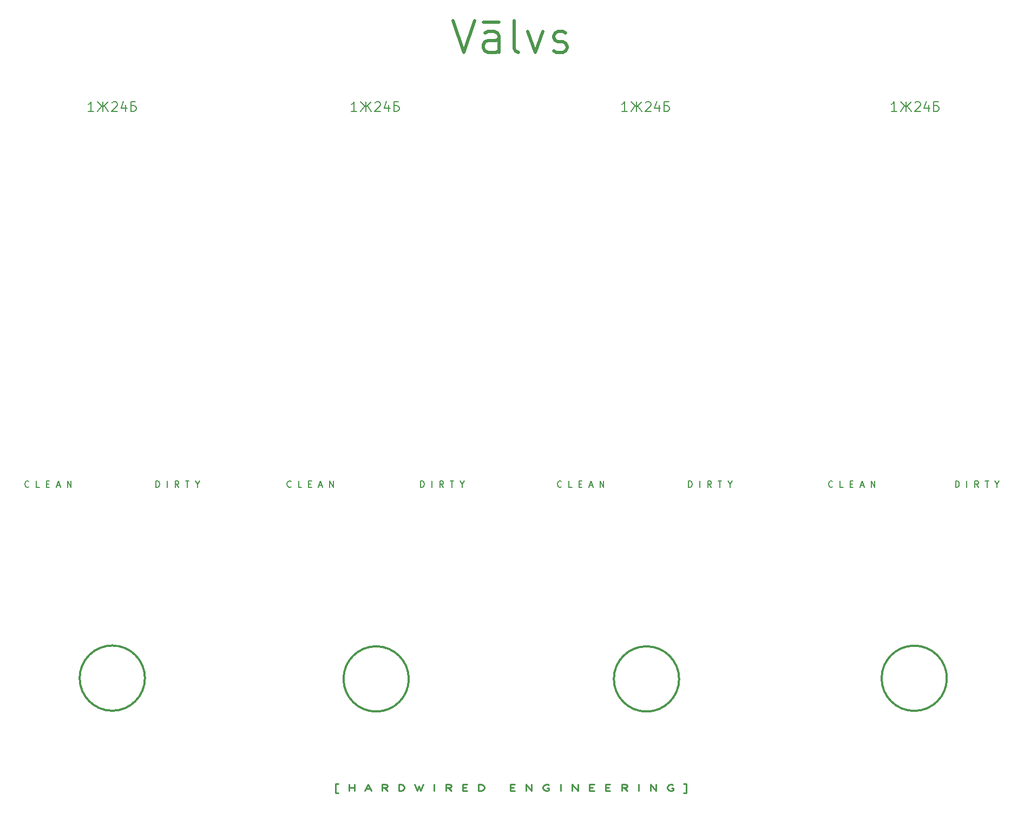
<source format=gts>
%TF.GenerationSoftware,KiCad,Pcbnew,(5.1.6-0-10_14)*%
%TF.CreationDate,2022-01-25T08:39:06+00:00*%
%TF.ProjectId,Quad Tube VCA Panel,51756164-2054-4756-9265-205643412050,rev?*%
%TF.SameCoordinates,Original*%
%TF.FileFunction,Soldermask,Top*%
%TF.FilePolarity,Negative*%
%FSLAX46Y46*%
G04 Gerber Fmt 4.6, Leading zero omitted, Abs format (unit mm)*
G04 Created by KiCad (PCBNEW (5.1.6-0-10_14)) date 2022-01-25 08:39:06*
%MOMM*%
%LPD*%
G01*
G04 APERTURE LIST*
%ADD10C,0.300000*%
%ADD11C,0.500000*%
%ADD12C,0.150000*%
%ADD13C,0.250000*%
%ADD14C,0.200000*%
G04 APERTURE END LIST*
D10*
X156210000Y-168275000D02*
G75*
G03*
X156210000Y-168275000I-5105337J0D01*
G01*
X114325337Y-168376663D02*
G75*
G03*
X114325337Y-168376663I-5105337J0D01*
G01*
X72034337Y-168376663D02*
G75*
G03*
X72034337Y-168376663I-5105337J0D01*
G01*
X30759337Y-168249663D02*
G75*
G03*
X30759337Y-168249663I-5105337J0D01*
G01*
D11*
X78971333Y-65333904D02*
X80638000Y-70333904D01*
X82304666Y-65333904D01*
X86114190Y-70333904D02*
X86114190Y-67714857D01*
X85876095Y-67238666D01*
X85399904Y-67000571D01*
X84447523Y-67000571D01*
X83971333Y-67238666D01*
X86114190Y-70095809D02*
X85638000Y-70333904D01*
X84447523Y-70333904D01*
X83971333Y-70095809D01*
X83733238Y-69619619D01*
X83733238Y-69143428D01*
X83971333Y-68667238D01*
X84447523Y-68429142D01*
X85638000Y-68429142D01*
X86114190Y-68191047D01*
X83733238Y-65572000D02*
X86114190Y-65572000D01*
X89209428Y-70333904D02*
X88733238Y-70095809D01*
X88495142Y-69619619D01*
X88495142Y-65333904D01*
X90638000Y-67000571D02*
X91828476Y-70333904D01*
X93018952Y-67000571D01*
X94685619Y-70095809D02*
X95161809Y-70333904D01*
X96114190Y-70333904D01*
X96590380Y-70095809D01*
X96828476Y-69619619D01*
X96828476Y-69381523D01*
X96590380Y-68905333D01*
X96114190Y-68667238D01*
X95399904Y-68667238D01*
X94923714Y-68429142D01*
X94685619Y-67952952D01*
X94685619Y-67714857D01*
X94923714Y-67238666D01*
X95399904Y-67000571D01*
X96114190Y-67000571D01*
X96590380Y-67238666D01*
D12*
X12597190Y-138279142D02*
X12549571Y-138326761D01*
X12406714Y-138374380D01*
X12311476Y-138374380D01*
X12168619Y-138326761D01*
X12073380Y-138231523D01*
X12025761Y-138136285D01*
X11978142Y-137945809D01*
X11978142Y-137802952D01*
X12025761Y-137612476D01*
X12073380Y-137517238D01*
X12168619Y-137422000D01*
X12311476Y-137374380D01*
X12406714Y-137374380D01*
X12549571Y-137422000D01*
X12597190Y-137469619D01*
X14263857Y-138374380D02*
X13787666Y-138374380D01*
X13787666Y-137374380D01*
X15359095Y-137850571D02*
X15692428Y-137850571D01*
X15835285Y-138374380D02*
X15359095Y-138374380D01*
X15359095Y-137374380D01*
X15835285Y-137374380D01*
X16978142Y-138088666D02*
X17454333Y-138088666D01*
X16882904Y-138374380D02*
X17216238Y-137374380D01*
X17549571Y-138374380D01*
X18644809Y-138374380D02*
X18644809Y-137374380D01*
X19216238Y-138374380D01*
X19216238Y-137374380D01*
X32480666Y-138374380D02*
X32480666Y-137374380D01*
X32718761Y-137374380D01*
X32861619Y-137422000D01*
X32956857Y-137517238D01*
X33004476Y-137612476D01*
X33052095Y-137802952D01*
X33052095Y-137945809D01*
X33004476Y-138136285D01*
X32956857Y-138231523D01*
X32861619Y-138326761D01*
X32718761Y-138374380D01*
X32480666Y-138374380D01*
X34242571Y-138374380D02*
X34242571Y-137374380D01*
X36052095Y-138374380D02*
X35718761Y-137898190D01*
X35480666Y-138374380D02*
X35480666Y-137374380D01*
X35861619Y-137374380D01*
X35956857Y-137422000D01*
X36004476Y-137469619D01*
X36052095Y-137564857D01*
X36052095Y-137707714D01*
X36004476Y-137802952D01*
X35956857Y-137850571D01*
X35861619Y-137898190D01*
X35480666Y-137898190D01*
X37099714Y-137374380D02*
X37671142Y-137374380D01*
X37385428Y-138374380D02*
X37385428Y-137374380D01*
X38956857Y-137898190D02*
X38956857Y-138374380D01*
X38623523Y-137374380D02*
X38956857Y-137898190D01*
X39290190Y-137374380D01*
X53618190Y-138279142D02*
X53570571Y-138326761D01*
X53427714Y-138374380D01*
X53332476Y-138374380D01*
X53189619Y-138326761D01*
X53094380Y-138231523D01*
X53046761Y-138136285D01*
X52999142Y-137945809D01*
X52999142Y-137802952D01*
X53046761Y-137612476D01*
X53094380Y-137517238D01*
X53189619Y-137422000D01*
X53332476Y-137374380D01*
X53427714Y-137374380D01*
X53570571Y-137422000D01*
X53618190Y-137469619D01*
X55284857Y-138374380D02*
X54808666Y-138374380D01*
X54808666Y-137374380D01*
X56380095Y-137850571D02*
X56713428Y-137850571D01*
X56856285Y-138374380D02*
X56380095Y-138374380D01*
X56380095Y-137374380D01*
X56856285Y-137374380D01*
X57999142Y-138088666D02*
X58475333Y-138088666D01*
X57903904Y-138374380D02*
X58237238Y-137374380D01*
X58570571Y-138374380D01*
X59665809Y-138374380D02*
X59665809Y-137374380D01*
X60237238Y-138374380D01*
X60237238Y-137374380D01*
X73882666Y-138374380D02*
X73882666Y-137374380D01*
X74120761Y-137374380D01*
X74263619Y-137422000D01*
X74358857Y-137517238D01*
X74406476Y-137612476D01*
X74454095Y-137802952D01*
X74454095Y-137945809D01*
X74406476Y-138136285D01*
X74358857Y-138231523D01*
X74263619Y-138326761D01*
X74120761Y-138374380D01*
X73882666Y-138374380D01*
X75644571Y-138374380D02*
X75644571Y-137374380D01*
X77454095Y-138374380D02*
X77120761Y-137898190D01*
X76882666Y-138374380D02*
X76882666Y-137374380D01*
X77263619Y-137374380D01*
X77358857Y-137422000D01*
X77406476Y-137469619D01*
X77454095Y-137564857D01*
X77454095Y-137707714D01*
X77406476Y-137802952D01*
X77358857Y-137850571D01*
X77263619Y-137898190D01*
X76882666Y-137898190D01*
X78501714Y-137374380D02*
X79073142Y-137374380D01*
X78787428Y-138374380D02*
X78787428Y-137374380D01*
X80358857Y-137898190D02*
X80358857Y-138374380D01*
X80025523Y-137374380D02*
X80358857Y-137898190D01*
X80692190Y-137374380D01*
X95909190Y-138279142D02*
X95861571Y-138326761D01*
X95718714Y-138374380D01*
X95623476Y-138374380D01*
X95480619Y-138326761D01*
X95385380Y-138231523D01*
X95337761Y-138136285D01*
X95290142Y-137945809D01*
X95290142Y-137802952D01*
X95337761Y-137612476D01*
X95385380Y-137517238D01*
X95480619Y-137422000D01*
X95623476Y-137374380D01*
X95718714Y-137374380D01*
X95861571Y-137422000D01*
X95909190Y-137469619D01*
X97575857Y-138374380D02*
X97099666Y-138374380D01*
X97099666Y-137374380D01*
X98671095Y-137850571D02*
X99004428Y-137850571D01*
X99147285Y-138374380D02*
X98671095Y-138374380D01*
X98671095Y-137374380D01*
X99147285Y-137374380D01*
X100290142Y-138088666D02*
X100766333Y-138088666D01*
X100194904Y-138374380D02*
X100528238Y-137374380D01*
X100861571Y-138374380D01*
X101956809Y-138374380D02*
X101956809Y-137374380D01*
X102528238Y-138374380D01*
X102528238Y-137374380D01*
X115792666Y-138374380D02*
X115792666Y-137374380D01*
X116030761Y-137374380D01*
X116173619Y-137422000D01*
X116268857Y-137517238D01*
X116316476Y-137612476D01*
X116364095Y-137802952D01*
X116364095Y-137945809D01*
X116316476Y-138136285D01*
X116268857Y-138231523D01*
X116173619Y-138326761D01*
X116030761Y-138374380D01*
X115792666Y-138374380D01*
X117554571Y-138374380D02*
X117554571Y-137374380D01*
X119364095Y-138374380D02*
X119030761Y-137898190D01*
X118792666Y-138374380D02*
X118792666Y-137374380D01*
X119173619Y-137374380D01*
X119268857Y-137422000D01*
X119316476Y-137469619D01*
X119364095Y-137564857D01*
X119364095Y-137707714D01*
X119316476Y-137802952D01*
X119268857Y-137850571D01*
X119173619Y-137898190D01*
X118792666Y-137898190D01*
X120411714Y-137374380D02*
X120983142Y-137374380D01*
X120697428Y-138374380D02*
X120697428Y-137374380D01*
X122268857Y-137898190D02*
X122268857Y-138374380D01*
X121935523Y-137374380D02*
X122268857Y-137898190D01*
X122602190Y-137374380D01*
X138327190Y-138279142D02*
X138279571Y-138326761D01*
X138136714Y-138374380D01*
X138041476Y-138374380D01*
X137898619Y-138326761D01*
X137803380Y-138231523D01*
X137755761Y-138136285D01*
X137708142Y-137945809D01*
X137708142Y-137802952D01*
X137755761Y-137612476D01*
X137803380Y-137517238D01*
X137898619Y-137422000D01*
X138041476Y-137374380D01*
X138136714Y-137374380D01*
X138279571Y-137422000D01*
X138327190Y-137469619D01*
X139993857Y-138374380D02*
X139517666Y-138374380D01*
X139517666Y-137374380D01*
X141089095Y-137850571D02*
X141422428Y-137850571D01*
X141565285Y-138374380D02*
X141089095Y-138374380D01*
X141089095Y-137374380D01*
X141565285Y-137374380D01*
X142708142Y-138088666D02*
X143184333Y-138088666D01*
X142612904Y-138374380D02*
X142946238Y-137374380D01*
X143279571Y-138374380D01*
X144374809Y-138374380D02*
X144374809Y-137374380D01*
X144946238Y-138374380D01*
X144946238Y-137374380D01*
X157575666Y-138374380D02*
X157575666Y-137374380D01*
X157813761Y-137374380D01*
X157956619Y-137422000D01*
X158051857Y-137517238D01*
X158099476Y-137612476D01*
X158147095Y-137802952D01*
X158147095Y-137945809D01*
X158099476Y-138136285D01*
X158051857Y-138231523D01*
X157956619Y-138326761D01*
X157813761Y-138374380D01*
X157575666Y-138374380D01*
X159337571Y-138374380D02*
X159337571Y-137374380D01*
X161147095Y-138374380D02*
X160813761Y-137898190D01*
X160575666Y-138374380D02*
X160575666Y-137374380D01*
X160956619Y-137374380D01*
X161051857Y-137422000D01*
X161099476Y-137469619D01*
X161147095Y-137564857D01*
X161147095Y-137707714D01*
X161099476Y-137802952D01*
X161051857Y-137850571D01*
X160956619Y-137898190D01*
X160575666Y-137898190D01*
X162194714Y-137374380D02*
X162766142Y-137374380D01*
X162480428Y-138374380D02*
X162480428Y-137374380D01*
X164051857Y-137898190D02*
X164051857Y-138374380D01*
X163718523Y-137374380D02*
X164051857Y-137898190D01*
X164385190Y-137374380D01*
D13*
X60975285Y-186205714D02*
X60618142Y-186205714D01*
X60618142Y-184777142D01*
X60975285Y-184777142D01*
X62689571Y-185872380D02*
X62689571Y-184872380D01*
X62689571Y-185348571D02*
X63546714Y-185348571D01*
X63546714Y-185872380D02*
X63546714Y-184872380D01*
X65332428Y-185586666D02*
X66046714Y-185586666D01*
X65189571Y-185872380D02*
X65689571Y-184872380D01*
X66189571Y-185872380D01*
X68689571Y-185872380D02*
X68189571Y-185396190D01*
X67832428Y-185872380D02*
X67832428Y-184872380D01*
X68403857Y-184872380D01*
X68546714Y-184920000D01*
X68618142Y-184967619D01*
X68689571Y-185062857D01*
X68689571Y-185205714D01*
X68618142Y-185300952D01*
X68546714Y-185348571D01*
X68403857Y-185396190D01*
X67832428Y-185396190D01*
X70475285Y-185872380D02*
X70475285Y-184872380D01*
X70832428Y-184872380D01*
X71046714Y-184920000D01*
X71189571Y-185015238D01*
X71261000Y-185110476D01*
X71332428Y-185300952D01*
X71332428Y-185443809D01*
X71261000Y-185634285D01*
X71189571Y-185729523D01*
X71046714Y-185824761D01*
X70832428Y-185872380D01*
X70475285Y-185872380D01*
X72975285Y-184872380D02*
X73332428Y-185872380D01*
X73618142Y-185158095D01*
X73903857Y-185872380D01*
X74261000Y-184872380D01*
X75975285Y-185872380D02*
X75975285Y-184872380D01*
X78689571Y-185872380D02*
X78189571Y-185396190D01*
X77832428Y-185872380D02*
X77832428Y-184872380D01*
X78403857Y-184872380D01*
X78546714Y-184920000D01*
X78618142Y-184967619D01*
X78689571Y-185062857D01*
X78689571Y-185205714D01*
X78618142Y-185300952D01*
X78546714Y-185348571D01*
X78403857Y-185396190D01*
X77832428Y-185396190D01*
X80475285Y-185348571D02*
X80975285Y-185348571D01*
X81189571Y-185872380D02*
X80475285Y-185872380D01*
X80475285Y-184872380D01*
X81189571Y-184872380D01*
X82975285Y-185872380D02*
X82975285Y-184872380D01*
X83332428Y-184872380D01*
X83546714Y-184920000D01*
X83689571Y-185015238D01*
X83761000Y-185110476D01*
X83832428Y-185300952D01*
X83832428Y-185443809D01*
X83761000Y-185634285D01*
X83689571Y-185729523D01*
X83546714Y-185824761D01*
X83332428Y-185872380D01*
X82975285Y-185872380D01*
X87903857Y-185348571D02*
X88403857Y-185348571D01*
X88618142Y-185872380D02*
X87903857Y-185872380D01*
X87903857Y-184872380D01*
X88618142Y-184872380D01*
X90403857Y-185872380D02*
X90403857Y-184872380D01*
X91261000Y-185872380D01*
X91261000Y-184872380D01*
X93903857Y-184920000D02*
X93761000Y-184872380D01*
X93546714Y-184872380D01*
X93332428Y-184920000D01*
X93189571Y-185015238D01*
X93118142Y-185110476D01*
X93046714Y-185300952D01*
X93046714Y-185443809D01*
X93118142Y-185634285D01*
X93189571Y-185729523D01*
X93332428Y-185824761D01*
X93546714Y-185872380D01*
X93689571Y-185872380D01*
X93903857Y-185824761D01*
X93975285Y-185777142D01*
X93975285Y-185443809D01*
X93689571Y-185443809D01*
X95761000Y-185872380D02*
X95761000Y-184872380D01*
X97618142Y-185872380D02*
X97618142Y-184872380D01*
X98475285Y-185872380D01*
X98475285Y-184872380D01*
X100332428Y-185348571D02*
X100832428Y-185348571D01*
X101046714Y-185872380D02*
X100332428Y-185872380D01*
X100332428Y-184872380D01*
X101046714Y-184872380D01*
X102832428Y-185348571D02*
X103332428Y-185348571D01*
X103546714Y-185872380D02*
X102832428Y-185872380D01*
X102832428Y-184872380D01*
X103546714Y-184872380D01*
X106189571Y-185872380D02*
X105689571Y-185396190D01*
X105332428Y-185872380D02*
X105332428Y-184872380D01*
X105903857Y-184872380D01*
X106046714Y-184920000D01*
X106118142Y-184967619D01*
X106189571Y-185062857D01*
X106189571Y-185205714D01*
X106118142Y-185300952D01*
X106046714Y-185348571D01*
X105903857Y-185396190D01*
X105332428Y-185396190D01*
X107975285Y-185872380D02*
X107975285Y-184872380D01*
X109832428Y-185872380D02*
X109832428Y-184872380D01*
X110689571Y-185872380D01*
X110689571Y-184872380D01*
X113332428Y-184920000D02*
X113189571Y-184872380D01*
X112975285Y-184872380D01*
X112761000Y-184920000D01*
X112618142Y-185015238D01*
X112546714Y-185110476D01*
X112475285Y-185300952D01*
X112475285Y-185443809D01*
X112546714Y-185634285D01*
X112618142Y-185729523D01*
X112761000Y-185824761D01*
X112975285Y-185872380D01*
X113118142Y-185872380D01*
X113332428Y-185824761D01*
X113403857Y-185777142D01*
X113403857Y-185443809D01*
X113118142Y-185443809D01*
X115046714Y-186205714D02*
X115403857Y-186205714D01*
X115403857Y-184777142D01*
X115046714Y-184777142D01*
D14*
X22761142Y-79545571D02*
X21904000Y-79545571D01*
X22332571Y-79545571D02*
X22332571Y-78045571D01*
X22189714Y-78259857D01*
X22046857Y-78402714D01*
X21904000Y-78474142D01*
X23975428Y-78688428D02*
X23332571Y-79545571D01*
X24189714Y-79545571D02*
X24189714Y-78045571D01*
X24189714Y-78902714D02*
X23332571Y-78045571D01*
X25046857Y-79545571D02*
X24404000Y-78688428D01*
X25046857Y-78045571D02*
X24189714Y-78902714D01*
X25618285Y-78188428D02*
X25689714Y-78117000D01*
X25832571Y-78045571D01*
X26189714Y-78045571D01*
X26332571Y-78117000D01*
X26404000Y-78188428D01*
X26475428Y-78331285D01*
X26475428Y-78474142D01*
X26404000Y-78688428D01*
X25546857Y-79545571D01*
X26475428Y-79545571D01*
X27761142Y-78545571D02*
X27761142Y-79545571D01*
X27403999Y-77974142D02*
X27046857Y-79045571D01*
X27975428Y-79045571D01*
X29261142Y-78045571D02*
X28546857Y-78045571D01*
X28546857Y-79545571D01*
X28975428Y-79545571D01*
X29189714Y-79474142D01*
X29332571Y-79331285D01*
X29403999Y-79188428D01*
X29403999Y-78974142D01*
X29332571Y-78831285D01*
X29189714Y-78688428D01*
X28975428Y-78617000D01*
X28546857Y-78617000D01*
X63909142Y-79545571D02*
X63052000Y-79545571D01*
X63480571Y-79545571D02*
X63480571Y-78045571D01*
X63337714Y-78259857D01*
X63194857Y-78402714D01*
X63052000Y-78474142D01*
X65123428Y-78688428D02*
X64480571Y-79545571D01*
X65337714Y-79545571D02*
X65337714Y-78045571D01*
X65337714Y-78902714D02*
X64480571Y-78045571D01*
X66194857Y-79545571D02*
X65552000Y-78688428D01*
X66194857Y-78045571D02*
X65337714Y-78902714D01*
X66766285Y-78188428D02*
X66837714Y-78117000D01*
X66980571Y-78045571D01*
X67337714Y-78045571D01*
X67480571Y-78117000D01*
X67552000Y-78188428D01*
X67623428Y-78331285D01*
X67623428Y-78474142D01*
X67552000Y-78688428D01*
X66694857Y-79545571D01*
X67623428Y-79545571D01*
X68909142Y-78545571D02*
X68909142Y-79545571D01*
X68552000Y-77974142D02*
X68194857Y-79045571D01*
X69123428Y-79045571D01*
X70409142Y-78045571D02*
X69694857Y-78045571D01*
X69694857Y-79545571D01*
X70123428Y-79545571D01*
X70337714Y-79474142D01*
X70480571Y-79331285D01*
X70552000Y-79188428D01*
X70552000Y-78974142D01*
X70480571Y-78831285D01*
X70337714Y-78688428D01*
X70123428Y-78617000D01*
X69694857Y-78617000D01*
X106200142Y-79545571D02*
X105343000Y-79545571D01*
X105771571Y-79545571D02*
X105771571Y-78045571D01*
X105628714Y-78259857D01*
X105485857Y-78402714D01*
X105343000Y-78474142D01*
X107414428Y-78688428D02*
X106771571Y-79545571D01*
X107628714Y-79545571D02*
X107628714Y-78045571D01*
X107628714Y-78902714D02*
X106771571Y-78045571D01*
X108485857Y-79545571D02*
X107843000Y-78688428D01*
X108485857Y-78045571D02*
X107628714Y-78902714D01*
X109057285Y-78188428D02*
X109128714Y-78117000D01*
X109271571Y-78045571D01*
X109628714Y-78045571D01*
X109771571Y-78117000D01*
X109843000Y-78188428D01*
X109914428Y-78331285D01*
X109914428Y-78474142D01*
X109843000Y-78688428D01*
X108985857Y-79545571D01*
X109914428Y-79545571D01*
X111200142Y-78545571D02*
X111200142Y-79545571D01*
X110843000Y-77974142D02*
X110485857Y-79045571D01*
X111414428Y-79045571D01*
X112700142Y-78045571D02*
X111985857Y-78045571D01*
X111985857Y-79545571D01*
X112414428Y-79545571D01*
X112628714Y-79474142D01*
X112771571Y-79331285D01*
X112843000Y-79188428D01*
X112843000Y-78974142D01*
X112771571Y-78831285D01*
X112628714Y-78688428D01*
X112414428Y-78617000D01*
X111985857Y-78617000D01*
X148364142Y-79545571D02*
X147507000Y-79545571D01*
X147935571Y-79545571D02*
X147935571Y-78045571D01*
X147792714Y-78259857D01*
X147649857Y-78402714D01*
X147507000Y-78474142D01*
X149578428Y-78688428D02*
X148935571Y-79545571D01*
X149792714Y-79545571D02*
X149792714Y-78045571D01*
X149792714Y-78902714D02*
X148935571Y-78045571D01*
X150649857Y-79545571D02*
X150007000Y-78688428D01*
X150649857Y-78045571D02*
X149792714Y-78902714D01*
X151221285Y-78188428D02*
X151292714Y-78117000D01*
X151435571Y-78045571D01*
X151792714Y-78045571D01*
X151935571Y-78117000D01*
X152007000Y-78188428D01*
X152078428Y-78331285D01*
X152078428Y-78474142D01*
X152007000Y-78688428D01*
X151149857Y-79545571D01*
X152078428Y-79545571D01*
X153364142Y-78545571D02*
X153364142Y-79545571D01*
X153007000Y-77974142D02*
X152649857Y-79045571D01*
X153578428Y-79045571D01*
X154864142Y-78045571D02*
X154149857Y-78045571D01*
X154149857Y-79545571D01*
X154578428Y-79545571D01*
X154792714Y-79474142D01*
X154935571Y-79331285D01*
X155007000Y-79188428D01*
X155007000Y-78974142D01*
X154935571Y-78831285D01*
X154792714Y-78688428D01*
X154578428Y-78617000D01*
X154149857Y-78617000D01*
M02*

</source>
